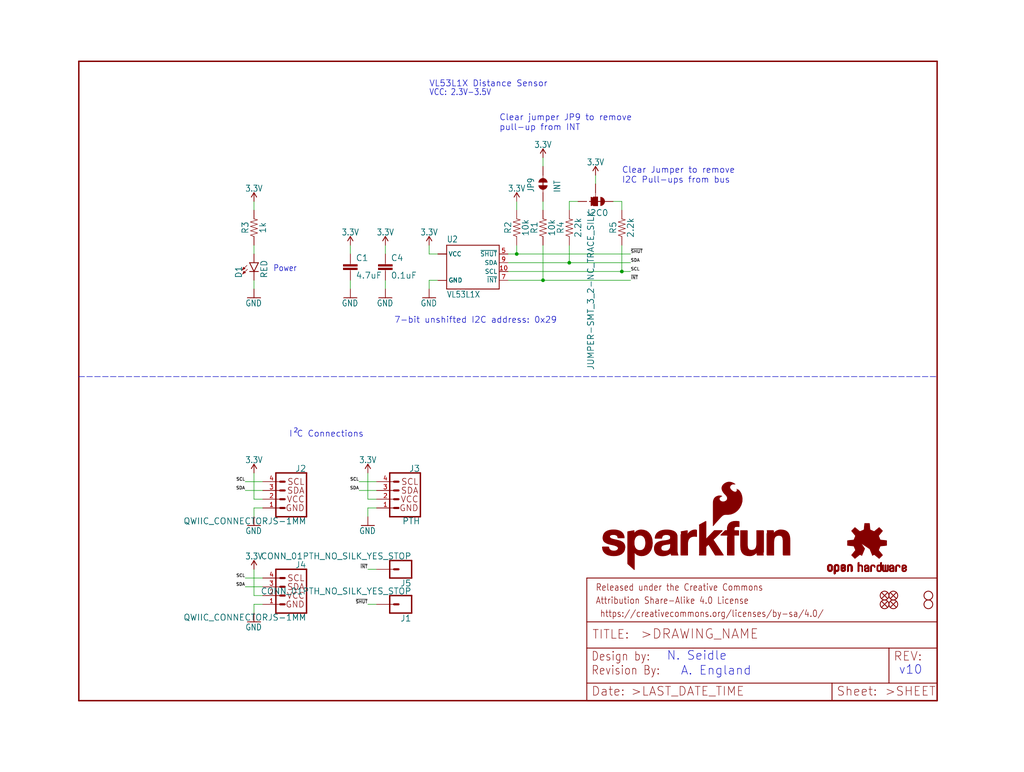
<source format=kicad_sch>
(kicad_sch (version 20211123) (generator eeschema)
  (paper "User" 297.002 223.926)
  (lib_symbols
    (symbol "eagleSchem-eagle-import:0.1UF-0603-25V-(+80{slash}-20%)"
      (property "Reference" "C" (at 1.524 2.921 0))
      (property "Value" "0.1UF-0603-25V-(+80{slash}-20%)" (at 1.524 -2.159 0))
      (symbol "0.1UF-0603-25V-(+80{slash}-20%)_1_0"
        (pin passive line (at 0 5.08 270) (length 2.54) (name "1") (number "1"))
        (pin passive line (at 0 -2.54 90) (length 2.54) (name "2") (number "2"))
      )
    )
    (symbol "eagleSchem-eagle-import:10KOHM-0603-1{slash}10W-1%"
      (property "Reference" "R" (at 0 1.524 0))
      (property "Value" "10KOHM-0603-1{slash}10W-1%" (at 0 -1.524 0))
      (symbol "10KOHM-0603-1{slash}10W-1%_1_0"
        (pin passive line (at -5.08 0 0) (length 2.54) (name "1") (number "1"))
        (pin passive line (at 5.08 0 180) (length 2.54) (name "2") (number "2"))
      )
    )
    (symbol "eagleSchem-eagle-import:1KOHM-0603-1{slash}10W-1%"
      (property "Reference" "R" (at 0 1.524 0))
      (property "Value" "1KOHM-0603-1{slash}10W-1%" (at 0 -1.524 0))
      (symbol "1KOHM-0603-1{slash}10W-1%_1_0"
        (pin passive line (at -5.08 0 0) (length 2.54) (name "1") (number "1"))
        (pin passive line (at 5.08 0 180) (length 2.54) (name "2") (number "2"))
      )
    )
    (symbol "eagleSchem-eagle-import:2.2KOHM-0603-1{slash}10W-1%"
      (property "Reference" "R" (at 0 1.524 0))
      (property "Value" "2.2KOHM-0603-1{slash}10W-1%" (at 0 -1.524 0))
      (symbol "2.2KOHM-0603-1{slash}10W-1%_1_0"
        (pin passive line (at -5.08 0 0) (length 2.54) (name "1") (number "1"))
        (pin passive line (at 5.08 0 180) (length 2.54) (name "2") (number "2"))
      )
    )
    (symbol "eagleSchem-eagle-import:3.3V" (power)
      (property "Value" "3.3V" (at 0 2.794 0))
      (symbol "3.3V_1_0"
        (pin power_in line (at 0 0 90) (length 2.54) (name "3.3V") (number "1"))
      )
    )
    (symbol "eagleSchem-eagle-import:4.7UF0603"
      (property "Reference" "C" (at 1.524 2.921 0))
      (property "Value" "4.7UF0603" (at 1.524 -2.159 0))
      (symbol "4.7UF0603_1_0"
        (pin passive line (at 0 5.08 270) (length 2.54) (name "1") (number "1"))
        (pin passive line (at 0 -2.54 90) (length 2.54) (name "2") (number "2"))
      )
    )
    (symbol "eagleSchem-eagle-import:CONN_01PTH_NO_SILK_YES_STOP"
      (property "Reference" "J" (at -2.54 3.048 0))
      (property "Value" "CONN_01PTH_NO_SILK_YES_STOP" (at -2.54 -4.826 0))
      (symbol "CONN_01PTH_NO_SILK_YES_STOP_1_0"
        (pin passive line (at 7.62 0 180) (length 5.08) (name "1") (number "1"))
      )
    )
    (symbol "eagleSchem-eagle-import:FIDUCIALUFIDUCIAL")
    (symbol "eagleSchem-eagle-import:FRAME-LETTER"
      (symbol "FRAME-LETTER_2_0"
        (text " https://creativecommons.org/licenses/by-sa/4.0/" (at 2.54 24.13 0) (effects (font (size 1.9304 1.6408)) (justify left bottom)))
        (text ">DRAWING_NAME" (at 15.494 17.78 0) (effects (font (size 2.7432 2.7432)) (justify left bottom)))
        (text ">LAST_DATE_TIME" (at 12.7 1.27 0) (effects (font (size 2.54 2.54)) (justify left bottom)))
        (text ">SHEET" (at 86.36 1.27 0) (effects (font (size 2.54 2.54)) (justify left bottom)))
        (text "Attribution Share-Alike 4.0 License" (at 2.54 27.94 0) (effects (font (size 1.9304 1.6408)) (justify left bottom)))
        (text "Date:" (at 1.27 1.27 0) (effects (font (size 2.54 2.54)) (justify left bottom)))
        (text "Design by:" (at 1.27 11.43 0) (effects (font (size 2.54 2.159)) (justify left bottom)))
        (text "Released under the Creative Commons" (at 2.54 31.75 0) (effects (font (size 1.9304 1.6408)) (justify left bottom)))
        (text "REV:" (at 88.9 11.43 0) (effects (font (size 2.54 2.54)) (justify left bottom)))
        (text "Sheet:" (at 72.39 1.27 0) (effects (font (size 2.54 2.54)) (justify left bottom)))
        (text "TITLE:" (at 1.524 17.78 0) (effects (font (size 2.54 2.54)) (justify left bottom)))
      )
    )
    (symbol "eagleSchem-eagle-import:GND" (power)
      (property "Value" "GND" (at -2.54 -2.54 0))
      (symbol "GND_1_0"
        (pin power_in line (at 0 2.54 270) (length 2.54) (name "GND") (number "1"))
      )
    )
    (symbol "eagleSchem-eagle-import:I2C_STANDARD_NO_SILK"
      (property "Reference" "J" (at -5.08 7.874 0))
      (property "Value" "I2C_STANDARD_NO_SILK" (at -5.08 -5.334 0))
      (symbol "I2C_STANDARD_NO_SILK_1_0"
        (text "GND" (at -4.572 -2.54 0) (effects (font (size 1.778 1.778)) (justify left)))
        (text "SCL" (at -4.572 5.08 0) (effects (font (size 1.778 1.778)) (justify left)))
        (text "SDA" (at -4.572 2.54 0) (effects (font (size 1.778 1.778)) (justify left)))
        (text "VCC" (at -4.572 0 0) (effects (font (size 1.778 1.778)) (justify left)))
        (pin power_in line (at 7.62 -2.54 180) (length 5.08) (name "GND") (number "1"))
        (pin power_in line (at 7.62 0 180) (length 5.08) (name "VCC") (number "2"))
        (pin passive line (at 7.62 2.54 180) (length 5.08) (name "SDA") (number "3"))
        (pin passive line (at 7.62 5.08 180) (length 5.08) (name "SCL") (number "4"))
      )
    )
    (symbol "eagleSchem-eagle-import:JUMPER-PAD-2-NC_BY_TRACE"
      (property "Reference" "JP" (at -2.54 2.54 0))
      (property "Value" "JUMPER-PAD-2-NC_BY_TRACE" (at -2.54 -5.08 0))
      (symbol "JUMPER-PAD-2-NC_BY_TRACE_1_0"
        (pin passive line (at -5.08 0 0) (length 2.54) (name "1") (number "1"))
        (pin passive line (at 5.08 0 180) (length 2.54) (name "2") (number "2"))
      )
    )
    (symbol "eagleSchem-eagle-import:JUMPER-SMT_3_2-NC_TRACE_SILK"
      (property "Reference" "JP" (at 2.54 0.381 0))
      (property "Value" "JUMPER-SMT_3_2-NC_TRACE_SILK" (at 2.54 -0.381 0))
      (symbol "JUMPER-SMT_3_2-NC_TRACE_SILK_1_0"
        (pin passive line (at 0 5.08 270) (length 2.54) (name "1") (number "1"))
        (pin passive line (at -5.08 0 0) (length 2.54) (name "2") (number "2"))
        (pin passive line (at 0 -5.08 90) (length 2.54) (name "3") (number "3"))
      )
    )
    (symbol "eagleSchem-eagle-import:LED-RED0603"
      (property "Reference" "D" (at -3.429 -4.572 90))
      (property "Value" "LED-RED0603" (at 1.905 -4.572 90))
      (symbol "LED-RED0603_1_0"
        (pin passive line (at 0 2.54 270) (length 2.54) (name "A") (number "A"))
        (pin passive line (at 0 -5.08 90) (length 2.54) (name "C") (number "C"))
      )
    )
    (symbol "eagleSchem-eagle-import:OSHW-LOGOMINI")
    (symbol "eagleSchem-eagle-import:QWIIC_CONNECTORJS-1MM"
      (property "Reference" "J" (at -5.08 7.874 0))
      (property "Value" "QWIIC_CONNECTORJS-1MM" (at -5.08 -5.334 0))
      (symbol "QWIIC_CONNECTORJS-1MM_1_0"
        (text "GND" (at -4.572 -2.54 0) (effects (font (size 1.778 1.778)) (justify left)))
        (text "SCL" (at -4.572 5.08 0) (effects (font (size 1.778 1.778)) (justify left)))
        (text "SDA" (at -4.572 2.54 0) (effects (font (size 1.778 1.778)) (justify left)))
        (text "VCC" (at -4.572 0 0) (effects (font (size 1.778 1.778)) (justify left)))
        (pin power_in line (at 7.62 -2.54 180) (length 5.08) (name "1") (number "1"))
        (pin power_in line (at 7.62 0 180) (length 5.08) (name "2") (number "2"))
        (pin passive line (at 7.62 2.54 180) (length 5.08) (name "3") (number "3"))
        (pin passive line (at 7.62 5.08 180) (length 5.08) (name "4") (number "4"))
      )
    )
    (symbol "eagleSchem-eagle-import:REVISION"
      (symbol "REVISION_1_0"
        (text "Revision By: " (at 0 0 0) (effects (font (size 2.54 2.159)) (justify left bottom)))
      )
    )
    (symbol "eagleSchem-eagle-import:SFE_LOGO_NAME.1_INCH")
    (symbol "eagleSchem-eagle-import:SFE_LOGO_NAME_FLAME.1_INCH")
    (symbol "eagleSchem-eagle-import:STAND-OFF")
    (symbol "eagleSchem-eagle-import:VL53L1XSMD"
      (property "Reference" "U" (at -7.62 8.382 0))
      (property "Value" "VL53L1XSMD" (at -7.62 -7.62 0))
      (symbol "VL53L1XSMD_1_0"
        (pin bidirectional line (at -10.16 5.08 0) (length 2.54) (name "VCC") (number "1"))
        (pin bidirectional line (at 10.16 0 180) (length 2.54) (name "SCL") (number "10"))
        (pin bidirectional line (at -10.16 5.08 0) (length 2.54) (name "VCC") (number "11"))
        (pin bidirectional line (at -10.16 -2.54 0) (length 2.54) (name "GND") (number "12"))
        (pin bidirectional line (at -10.16 -2.54 0) (length 2.54) (name "GND") (number "2"))
        (pin bidirectional line (at -10.16 -2.54 0) (length 2.54) (name "GND") (number "3"))
        (pin bidirectional line (at -10.16 -2.54 0) (length 2.54) (name "GND") (number "4"))
        (pin bidirectional line (at 10.16 5.08 180) (length 2.54) (name "~{SHUT}") (number "5"))
        (pin bidirectional line (at -10.16 -2.54 0) (length 2.54) (name "GND") (number "6"))
        (pin bidirectional line (at 10.16 -2.54 180) (length 2.54) (name "~{INT}") (number "7"))
        (pin bidirectional line (at 10.16 2.54 180) (length 2.54) (name "SDA") (number "9"))
      )
    )
  )
  (junction (at 180.34 78.74))
  (junction (at 165.1 76.2))
  (junction (at 149.86 73.66))
  (junction (at 157.48 81.28))
  (wire (pts (xy 111.76 73.66) (xy 111.76 71.12)))
  (wire (pts (xy 76.2 167.64) (xy 71.12 167.64)))
  (wire (pts (xy 109.22 144.78) (xy 106.68 144.78)))
  (wire (pts (xy 101.6 71.12) (xy 101.6 73.66)))
  (wire (pts (xy 76.2 147.32) (xy 73.66 147.32)))
  (wire (pts (xy 124.46 73.66) (xy 124.46 71.12)))
  (wire (pts (xy 149.86 71.12) (xy 149.86 73.66)))
  (wire (pts (xy 147.32 76.2) (xy 165.1 76.2)))
  (wire (pts (xy 76.2 142.24) (xy 71.12 142.24)))
  (wire (pts (xy 109.22 165.1) (xy 106.68 165.1)))
  (wire (pts (xy 109.22 142.24) (xy 104.14 142.24)))
  (wire (pts (xy 76.2 144.78) (xy 73.66 144.78)))
  (wire (pts (xy 180.34 78.74) (xy 182.88 78.74)))
  (wire (pts (xy 147.32 78.74) (xy 180.34 78.74)))
  (wire (pts (xy 124.46 81.28) (xy 124.46 83.82)))
  (wire (pts (xy 73.66 144.78) (xy 73.66 137.16)))
  (wire (pts (xy 109.22 175.26) (xy 106.68 175.26)))
  (wire (pts (xy 106.68 144.78) (xy 106.68 137.16)))
  (wire (pts (xy 101.6 83.82) (xy 101.6 81.28)))
  (wire (pts (xy 73.66 175.26) (xy 73.66 177.8)))
  (wire (pts (xy 165.1 76.2) (xy 165.1 71.12)))
  (wire (pts (xy 165.1 76.2) (xy 182.88 76.2)))
  (wire (pts (xy 149.86 73.66) (xy 182.88 73.66)))
  (polyline (pts (xy 22.86 109.22) (xy 271.78 109.22)))
  (wire (pts (xy 180.34 58.42) (xy 177.8 58.42)))
  (wire (pts (xy 76.2 172.72) (xy 73.66 172.72)))
  (wire (pts (xy 76.2 170.18) (xy 71.12 170.18)))
  (wire (pts (xy 106.68 147.32) (xy 106.68 149.86)))
  (wire (pts (xy 157.48 58.42) (xy 157.48 60.96)))
  (wire (pts (xy 73.66 60.96) (xy 73.66 58.42)))
  (wire (pts (xy 109.22 147.32) (xy 106.68 147.32)))
  (wire (pts (xy 73.66 83.82) (xy 73.66 81.28)))
  (wire (pts (xy 147.32 81.28) (xy 157.48 81.28)))
  (wire (pts (xy 157.48 48.26) (xy 157.48 45.72)))
  (wire (pts (xy 157.48 71.12) (xy 157.48 81.28)))
  (wire (pts (xy 109.22 139.7) (xy 104.14 139.7)))
  (wire (pts (xy 73.66 147.32) (xy 73.66 149.86)))
  (wire (pts (xy 157.48 81.28) (xy 182.88 81.28)))
  (wire (pts (xy 149.86 58.42) (xy 149.86 60.96)))
  (wire (pts (xy 127 73.66) (xy 124.46 73.66)))
  (wire (pts (xy 127 81.28) (xy 124.46 81.28)))
  (wire (pts (xy 165.1 60.96) (xy 165.1 58.42)))
  (wire (pts (xy 73.66 73.66) (xy 73.66 71.12)))
  (wire (pts (xy 111.76 81.28) (xy 111.76 83.82)))
  (wire (pts (xy 180.34 60.96) (xy 180.34 58.42)))
  (wire (pts (xy 76.2 175.26) (xy 73.66 175.26)))
  (wire (pts (xy 147.32 73.66) (xy 149.86 73.66)))
  (wire (pts (xy 76.2 139.7) (xy 71.12 139.7)))
  (wire (pts (xy 165.1 58.42) (xy 167.64 58.42)))
  (wire (pts (xy 172.72 50.8) (xy 172.72 53.34)))
  (wire (pts (xy 73.66 172.72) (xy 73.66 165.1)))
  (wire (pts (xy 180.34 78.74) (xy 180.34 71.12)))
  (text "7-bit unshifted I2C address: 0x29" (at 114.3 93.98 180) (effects (font (size 1.778 1.778)) (justify left bottom)))
  (text "2" (at 85.09 125.73 180) (effects (font (size 1.27 1.27)) (justify left bottom)))
  (text "Clear jumper JP9 to remove\npull-up from INT" (at 144.78 38.1 180) (effects (font (size 1.778 1.778)) (justify left bottom)))
  (text "v10" (at 260.604 195.834 180) (effects (font (size 2.54 2.54)) (justify left bottom)))
  (text "N. Seidle" (at 193.294 191.77 180) (effects (font (size 2.54 2.54)) (justify left bottom)))
  (text "Power" (at 79.248 78.994 180) (effects (font (size 1.778 1.5113)) (justify left bottom)))
  (text "I C Connections" (at 83.82 127 180) (effects (font (size 1.778 1.778)) (justify left bottom)))
  (text "VL53L1X Distance Sensor" (at 124.46 25.4 180) (effects (font (size 1.778 1.778)) (justify left bottom)))
  (text "A. England" (at 197.358 196.088 180) (effects (font (size 2.54 2.54)) (justify left bottom)))
  (text "VCC: 2.3V-3.5V" (at 124.46 27.94 180) (effects (font (size 1.778 1.5113)) (justify left bottom)))
  (text "Clear Jumper to remove\nI2C Pull-ups from bus" (at 180.34 53.34 180) (effects (font (size 1.778 1.778)) (justify left bottom)))
  (label "SDA" (at 182.88 76.2 0) (effects (font (size 0.889 0.889))))
  (label "SDA" (at 104.14 142.24 180) (effects (font (size 0.889 0.889))))
  (label "SCL" (at 182.88 78.74 0) (effects (font (size 0.889 0.889))))
  (label "~{SHUT}" (at 182.88 73.66 0) (effects (font (size 0.889 0.889))))
  (label "SDA" (at 71.12 170.18 180) (effects (font (size 0.889 0.889))))
  (label "~{SHUT}" (at 106.68 175.26 180) (effects (font (size 0.889 0.889))))
  (label "SDA" (at 71.12 142.24 180) (effects (font (size 0.889 0.889))))
  (label "SCL" (at 71.12 167.64 180) (effects (font (size 0.889 0.889))))
  (label "~{INT}" (at 106.68 165.1 180) (effects (font (size 0.889 0.889))))
  (label "SCL" (at 71.12 139.7 180) (effects (font (size 0.889 0.889))))
  (label "SCL" (at 104.14 139.7 180) (effects (font (size 0.889 0.889))))
  (label "~{INT}" (at 182.88 81.28 0) (effects (font (size 0.889 0.889))))
  (symbol (lib_id "eagleSchem-eagle-import:VL53L1XSMD") (at 137.16 78.74 0) (unit 1)
    (property "Reference" "U2" (at 129.54 70.358 0) (effects (font (size 1.778 1.5113)) (justify left bottom)))
    (property "Value" "VL53L1X" (at 129.54 86.36 0) (effects (font (size 1.778 1.5113)) (justify left bottom)))
    (property "Footprint" "eagleSchem:VL53L1X" (effects hide))
  )
  (symbol (lib_id "eagleSchem-eagle-import:CONN_01PTH_NO_SILK_YES_STOP") (at 116.84 165.1 180) (unit 1)
    (property "Reference" "J5" (at 119.38 168.148 0) (effects (font (size 1.778 1.778)) (justify left bottom)))
    (property "Value" "CONN_01PTH_NO_SILK_YES_STOP" (at 119.38 160.274 0) (effects (font (size 1.778 1.778)) (justify left bottom)))
    (property "Footprint" "eagleSchem:1X01_NO_SILK" (effects hide))
  )
  (symbol (lib_id "eagleSchem-eagle-import:STAND-OFF") (at 269.24 175.26 0) (unit 1)
    (property "Reference" "JP4" (effects hide))
    (property "Value" "STAND-OFF" (effects hide))
    (property "Footprint" "eagleSchem:STAND-OFF" (effects hide))
  )
  (symbol (lib_id "eagleSchem-eagle-import:I2C_STANDARD_NO_SILK") (at 116.84 144.78 0) (mirror y) (unit 1)
    (property "Reference" "J3" (at 121.92 136.906 0) (effects (font (size 1.778 1.778)) (justify left bottom)))
    (property "Value" "PTH" (at 121.92 150.114 0) (effects (font (size 1.778 1.778)) (justify left top)))
    (property "Footprint" "eagleSchem:1X04_NO_SILK" (effects hide))
  )
  (symbol (lib_id "eagleSchem-eagle-import:3.3V") (at 73.66 137.16 0) (unit 1)
    (property "Reference" "#SUPPLY4" (effects hide))
    (property "Value" "3.3V" (at 73.66 134.366 0) (effects (font (size 1.778 1.5113)) (justify bottom)))
    (property "Footprint" "eagleSchem:" (effects hide))
  )
  (symbol (lib_id "eagleSchem-eagle-import:3.3V") (at 149.86 58.42 0) (unit 1)
    (property "Reference" "#SUPPLY6" (effects hide))
    (property "Value" "3.3V" (at 149.86 55.626 0) (effects (font (size 1.778 1.5113)) (justify bottom)))
    (property "Footprint" "eagleSchem:" (effects hide))
  )
  (symbol (lib_id "eagleSchem-eagle-import:3.3V") (at 157.48 45.72 0) (unit 1)
    (property "Reference" "#SUPPLY2" (effects hide))
    (property "Value" "3.3V" (at 157.48 42.926 0) (effects (font (size 1.778 1.5113)) (justify bottom)))
    (property "Footprint" "eagleSchem:" (effects hide))
  )
  (symbol (lib_id "eagleSchem-eagle-import:0.1UF-0603-25V-(+80{slash}-20%)") (at 111.76 78.74 0) (unit 1)
    (property "Reference" "C4" (at 113.284 75.819 0) (effects (font (size 1.778 1.778)) (justify left bottom)))
    (property "Value" "0.1uF" (at 113.284 80.899 0) (effects (font (size 1.778 1.778)) (justify left bottom)))
    (property "Footprint" "eagleSchem:0603" (effects hide))
  )
  (symbol (lib_id "eagleSchem-eagle-import:3.3V") (at 124.46 71.12 0) (unit 1)
    (property "Reference" "#SUPPLY3" (effects hide))
    (property "Value" "3.3V" (at 124.46 68.326 0) (effects (font (size 1.778 1.5113)) (justify bottom)))
    (property "Footprint" "eagleSchem:" (effects hide))
  )
  (symbol (lib_id "eagleSchem-eagle-import:10KOHM-0603-1{slash}10W-1%") (at 157.48 66.04 90) (unit 1)
    (property "Reference" "R1" (at 155.956 66.04 0) (effects (font (size 1.778 1.778)) (justify bottom)))
    (property "Value" "10k" (at 159.004 66.04 0) (effects (font (size 1.778 1.778)) (justify top)))
    (property "Footprint" "eagleSchem:0603" (effects hide))
  )
  (symbol (lib_id "eagleSchem-eagle-import:3.3V") (at 73.66 58.42 0) (unit 1)
    (property "Reference" "#SUPPLY10" (effects hide))
    (property "Value" "3.3V" (at 73.66 55.626 0) (effects (font (size 1.778 1.5113)) (justify bottom)))
    (property "Footprint" "eagleSchem:" (effects hide))
  )
  (symbol (lib_id "eagleSchem-eagle-import:FIDUCIALUFIDUCIAL") (at 259.08 172.72 0) (unit 1)
    (property "Reference" "JP6" (effects hide))
    (property "Value" "FIDUCIALUFIDUCIAL" (effects hide))
    (property "Footprint" "eagleSchem:MICRO-FIDUCIAL" (effects hide))
  )
  (symbol (lib_id "eagleSchem-eagle-import:STAND-OFF") (at 269.24 172.72 0) (unit 1)
    (property "Reference" "JP3" (effects hide))
    (property "Value" "STAND-OFF" (effects hide))
    (property "Footprint" "eagleSchem:STAND-OFF" (effects hide))
  )
  (symbol (lib_id "eagleSchem-eagle-import:CONN_01PTH_NO_SILK_YES_STOP") (at 116.84 175.26 180) (unit 1)
    (property "Reference" "J1" (at 119.38 178.308 0) (effects (font (size 1.778 1.778)) (justify left bottom)))
    (property "Value" "CONN_01PTH_NO_SILK_YES_STOP" (at 119.38 170.434 0) (effects (font (size 1.778 1.778)) (justify left bottom)))
    (property "Footprint" "eagleSchem:1X01_NO_SILK" (effects hide))
  )
  (symbol (lib_id "eagleSchem-eagle-import:3.3V") (at 172.72 50.8 0) (unit 1)
    (property "Reference" "#SUPPLY1" (effects hide))
    (property "Value" "3.3V" (at 172.72 48.006 0) (effects (font (size 1.778 1.5113)) (justify bottom)))
    (property "Footprint" "eagleSchem:" (effects hide))
  )
  (symbol (lib_id "eagleSchem-eagle-import:GND") (at 111.76 86.36 0) (unit 1)
    (property "Reference" "#GND4" (effects hide))
    (property "Value" "GND" (at 109.22 88.9 0) (effects (font (size 1.778 1.5113)) (justify left bottom)))
    (property "Footprint" "eagleSchem:" (effects hide))
  )
  (symbol (lib_id "eagleSchem-eagle-import:GND") (at 73.66 86.36 0) (unit 1)
    (property "Reference" "#GND3" (effects hide))
    (property "Value" "GND" (at 71.12 88.9 0) (effects (font (size 1.778 1.5113)) (justify left bottom)))
    (property "Footprint" "eagleSchem:" (effects hide))
  )
  (symbol (lib_id "eagleSchem-eagle-import:2.2KOHM-0603-1{slash}10W-1%") (at 165.1 66.04 90) (unit 1)
    (property "Reference" "R4" (at 163.576 66.04 0) (effects (font (size 1.778 1.778)) (justify bottom)))
    (property "Value" "2.2k" (at 166.624 66.04 0) (effects (font (size 1.778 1.778)) (justify top)))
    (property "Footprint" "eagleSchem:0603" (effects hide))
  )
  (symbol (lib_id "eagleSchem-eagle-import:QWIIC_CONNECTORJS-1MM") (at 83.82 172.72 0) (mirror y) (unit 1)
    (property "Reference" "J4" (at 88.9 164.846 0) (effects (font (size 1.778 1.778)) (justify left bottom)))
    (property "Value" "QWIIC_CONNECTORJS-1MM" (at 88.9 178.054 0) (effects (font (size 1.778 1.778)) (justify left top)))
    (property "Footprint" "eagleSchem:1X04_1MM_RA" (effects hide))
  )
  (symbol (lib_id "eagleSchem-eagle-import:GND") (at 73.66 152.4 0) (unit 1)
    (property "Reference" "#GND6" (effects hide))
    (property "Value" "GND" (at 71.12 154.94 0) (effects (font (size 1.778 1.5113)) (justify left bottom)))
    (property "Footprint" "eagleSchem:" (effects hide))
  )
  (symbol (lib_id "eagleSchem-eagle-import:4.7UF0603") (at 101.6 78.74 0) (unit 1)
    (property "Reference" "C1" (at 103.124 75.819 0) (effects (font (size 1.778 1.778)) (justify left bottom)))
    (property "Value" "4.7uF" (at 103.124 80.899 0) (effects (font (size 1.778 1.778)) (justify left bottom)))
    (property "Footprint" "eagleSchem:0603" (effects hide))
  )
  (symbol (lib_id "eagleSchem-eagle-import:10KOHM-0603-1{slash}10W-1%") (at 149.86 66.04 90) (unit 1)
    (property "Reference" "R2" (at 148.336 66.04 0) (effects (font (size 1.778 1.778)) (justify bottom)))
    (property "Value" "10k" (at 151.384 66.04 0) (effects (font (size 1.778 1.778)) (justify top)))
    (property "Footprint" "eagleSchem:0603" (effects hide))
  )
  (symbol (lib_id "eagleSchem-eagle-import:GND") (at 73.66 180.34 0) (unit 1)
    (property "Reference" "#GND8" (effects hide))
    (property "Value" "GND" (at 71.12 182.88 0) (effects (font (size 1.778 1.5113)) (justify left bottom)))
    (property "Footprint" "eagleSchem:" (effects hide))
  )
  (symbol (lib_id "eagleSchem-eagle-import:1KOHM-0603-1{slash}10W-1%") (at 73.66 66.04 90) (unit 1)
    (property "Reference" "R3" (at 72.136 66.04 0) (effects (font (size 1.778 1.778)) (justify bottom)))
    (property "Value" "1k" (at 75.184 66.04 0) (effects (font (size 1.778 1.778)) (justify top)))
    (property "Footprint" "eagleSchem:0603" (effects hide))
  )
  (symbol (lib_id "eagleSchem-eagle-import:JUMPER-SMT_3_2-NC_TRACE_SILK") (at 172.72 58.42 270) (unit 1)
    (property "Reference" "I2C0" (at 170.18 62.738 90) (effects (font (size 1.778 1.778)) (justify left bottom)))
    (property "Value" "JUMPER-SMT_3_2-NC_TRACE_SILK" (at 172.339 60.96 0) (effects (font (size 1.778 1.778)) (justify left top)))
    (property "Footprint" "eagleSchem:SMT-JUMPER_3_2-NC_TRACE_SILK" (effects hide))
  )
  (symbol (lib_id "eagleSchem-eagle-import:3.3V") (at 73.66 165.1 0) (unit 1)
    (property "Reference" "#SUPPLY8" (effects hide))
    (property "Value" "3.3V" (at 73.66 162.306 0) (effects (font (size 1.778 1.5113)) (justify bottom)))
    (property "Footprint" "eagleSchem:" (effects hide))
  )
  (symbol (lib_id "eagleSchem-eagle-import:FIDUCIALUFIDUCIAL") (at 256.54 175.26 0) (unit 1)
    (property "Reference" "JP5" (effects hide))
    (property "Value" "FIDUCIALUFIDUCIAL" (effects hide))
    (property "Footprint" "eagleSchem:MICRO-FIDUCIAL" (effects hide))
  )
  (symbol (lib_id "eagleSchem-eagle-import:2.2KOHM-0603-1{slash}10W-1%") (at 180.34 66.04 90) (unit 1)
    (property "Reference" "R5" (at 178.816 66.04 0) (effects (font (size 1.778 1.778)) (justify bottom)))
    (property "Value" "2.2k" (at 181.864 66.04 0) (effects (font (size 1.778 1.778)) (justify top)))
    (property "Footprint" "eagleSchem:0603" (effects hide))
  )
  (symbol (lib_id "eagleSchem-eagle-import:3.3V") (at 111.76 71.12 0) (unit 1)
    (property "Reference" "#SUPPLY5" (effects hide))
    (property "Value" "3.3V" (at 111.76 68.326 0) (effects (font (size 1.778 1.5113)) (justify bottom)))
    (property "Footprint" "eagleSchem:" (effects hide))
  )
  (symbol (lib_id "eagleSchem-eagle-import:QWIIC_CONNECTORJS-1MM") (at 83.82 144.78 0) (mirror y) (unit 1)
    (property "Reference" "J2" (at 88.9 136.906 0) (effects (font (size 1.778 1.778)) (justify left bottom)))
    (property "Value" "QWIIC_CONNECTORJS-1MM" (at 88.9 150.114 0) (effects (font (size 1.778 1.778)) (justify left top)))
    (property "Footprint" "eagleSchem:1X04_1MM_RA" (effects hide))
  )
  (symbol (lib_id "eagleSchem-eagle-import:GND") (at 101.6 86.36 0) (unit 1)
    (property "Reference" "#GND2" (effects hide))
    (property "Value" "GND" (at 99.06 88.9 0) (effects (font (size 1.778 1.5113)) (justify left bottom)))
    (property "Footprint" "eagleSchem:" (effects hide))
  )
  (symbol (lib_id "eagleSchem-eagle-import:FIDUCIALUFIDUCIAL") (at 259.08 175.26 0) (unit 1)
    (property "Reference" "JP1" (effects hide))
    (property "Value" "FIDUCIALUFIDUCIAL" (effects hide))
    (property "Footprint" "eagleSchem:MICRO-FIDUCIAL" (effects hide))
  )
  (symbol (lib_id "eagleSchem-eagle-import:GND") (at 124.46 86.36 0) (unit 1)
    (property "Reference" "#GND1" (effects hide))
    (property "Value" "GND" (at 121.92 88.9 0) (effects (font (size 1.778 1.5113)) (justify left bottom)))
    (property "Footprint" "eagleSchem:" (effects hide))
  )
  (symbol (lib_id "eagleSchem-eagle-import:GND") (at 106.68 152.4 0) (unit 1)
    (property "Reference" "#GND7" (effects hide))
    (property "Value" "GND" (at 104.14 154.94 0) (effects (font (size 1.778 1.5113)) (justify left bottom)))
    (property "Footprint" "eagleSchem:" (effects hide))
  )
  (symbol (lib_id "eagleSchem-eagle-import:SFE_LOGO_NAME.1_INCH") (at 172.72 165.1 0) (unit 1)
    (property "Reference" "U$1" (effects hide))
    (property "Value" "SFE_LOGO_NAME.1_INCH" (effects hide))
    (property "Footprint" "eagleSchem:SFE_LOGO_NAME_.1" (effects hide))
  )
  (symbol (lib_id "eagleSchem-eagle-import:3.3V") (at 106.68 137.16 0) (unit 1)
    (property "Reference" "#SUPPLY7" (effects hide))
    (property "Value" "3.3V" (at 106.68 134.366 0) (effects (font (size 1.778 1.5113)) (justify bottom)))
    (property "Footprint" "eagleSchem:" (effects hide))
  )
  (symbol (lib_id "eagleSchem-eagle-import:LED-RED0603") (at 73.66 76.2 0) (unit 1)
    (property "Reference" "D1" (at 70.231 80.772 90) (effects (font (size 1.778 1.778)) (justify left bottom)))
    (property "Value" "RED" (at 75.565 80.772 90) (effects (font (size 1.778 1.778)) (justify left top)))
    (property "Footprint" "eagleSchem:LED-0603" (effects hide))
  )
  (symbol (lib_id "eagleSchem-eagle-import:REVISION") (at 171.45 195.834 0) (unit 1)
    (property "Reference" "LOGO2" (effects hide))
    (property "Value" "REVISION" (effects hide))
    (property "Footprint" "eagleSchem:REVISION" (effects hide))
  )
  (symbol (lib_id "eagleSchem-eagle-import:FRAME-LETTER") (at 22.86 203.2 0) (unit 1)
    (property "Reference" "FRAME1" (effects hide))
    (property "Value" "FRAME-LETTER" (effects hide))
    (property "Footprint" "eagleSchem:CREATIVE_COMMONS" (effects hide))
  )
  (symbol (lib_id "eagleSchem-eagle-import:SFE_LOGO_NAME_FLAME.1_INCH") (at 173.99 165.608 0) (unit 1)
    (property "Reference" "U$2" (effects hide))
    (property "Value" "SFE_LOGO_NAME_FLAME.1_INCH" (effects hide))
    (property "Footprint" "eagleSchem:SFE_LOGO_NAME_FLAME_.1" (effects hide))
  )
  (symbol (lib_id "eagleSchem-eagle-import:FIDUCIALUFIDUCIAL") (at 256.54 172.72 0) (unit 1)
    (property "Reference" "JP2" (effects hide))
    (property "Value" "FIDUCIALUFIDUCIAL" (effects hide))
    (property "Footprint" "eagleSchem:MICRO-FIDUCIAL" (effects hide))
  )
  (symbol (lib_id "eagleSchem-eagle-import:OSHW-LOGOMINI") (at 251.46 157.48 0) (unit 1)
    (property "Reference" "LOGO1" (effects hide))
    (property "Value" "OSHW-LOGOMINI" (effects hide))
    (property "Footprint" "eagleSchem:OSHW-LOGO-MINI" (effects hide))
  )
  (symbol (lib_id "eagleSchem-eagle-import:FRAME-LETTER") (at 170.18 203.2 0) (unit 2)
    (property "Reference" "FRAME1" (effects hide))
    (property "Value" "FRAME-LETTER" (effects hide))
    (property "Footprint" "eagleSchem:CREATIVE_COMMONS" (effects hide))
  )
  (symbol (lib_id "eagleSchem-eagle-import:3.3V") (at 101.6 71.12 0) (unit 1)
    (property "Reference" "#SUPPLY9" (effects hide))
    (property "Value" "3.3V" (at 101.6 68.326 0) (effects (font (size 1.778 1.5113)) (justify bottom)))
    (property "Footprint" "eagleSchem:" (effects hide))
  )
  (symbol (lib_id "eagleSchem-eagle-import:JUMPER-PAD-2-NC_BY_TRACE") (at 157.48 53.34 90) (unit 1)
    (property "Reference" "JP9" (at 154.94 55.88 0) (effects (font (size 1.778 1.5113)) (justify left bottom)))
    (property "Value" "INT" (at 162.56 55.88 0) (effects (font (size 1.778 1.5113)) (justify left bottom)))
    (property "Footprint" "eagleSchem:PAD-JUMPER-2-NC_BY_TRACE_YES_SILK" (effects hide))
  )
)
</source>
